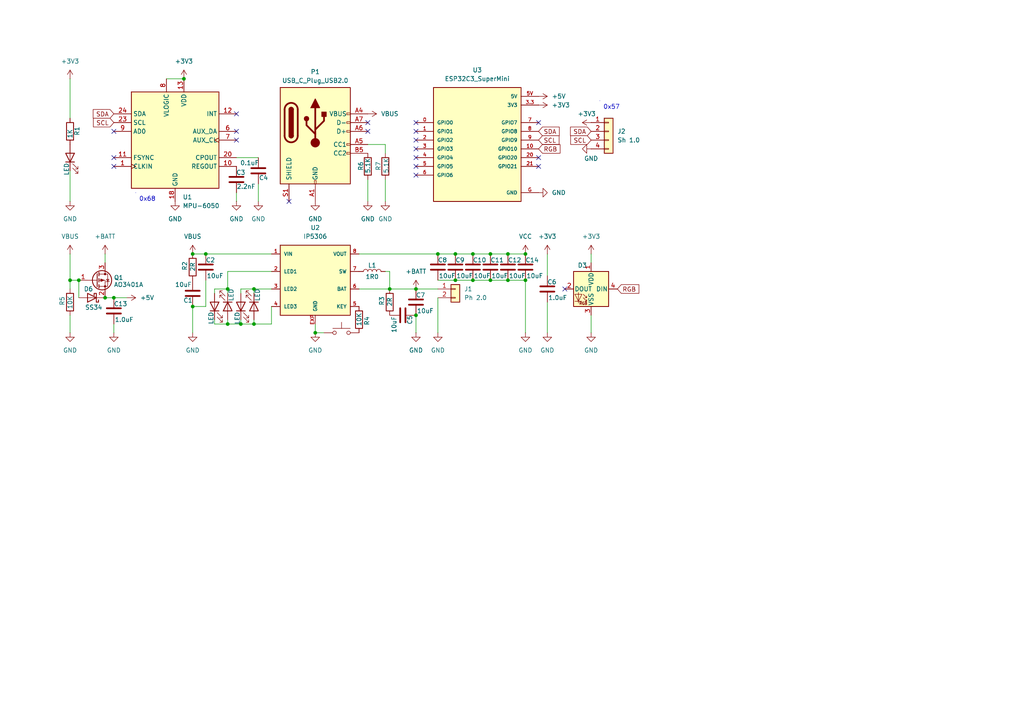
<source format=kicad_sch>
(kicad_sch (version 20231120) (generator "eeschema") (generator_version "8.0")
  (paper "A4")
  (lib_symbols
    (symbol "Connector:USB_C_Plug_USB2.0" (pin_names (offset 1.016))
      (property "Reference" "P1" (at 0 14.732 0))
      (property "Value" "USB_C_Plug_USB2.0" (at 0 12.192 0))
      (symbol "USB_C_Plug_USB2.0_0_0"
        (rectangle (start -0.254 -17.78) (end 0.254 -16.764))
        (rectangle (start 10.16 -8.636) (end 9.144 -9.144))
        (rectangle (start 10.16 -6.096) (end 9.144 -6.604))
        (rectangle (start 10.16 -2.286) (end 9.144 -2.794))
        (rectangle (start 10.16 0.254) (end 9.144 -0.254))
        (rectangle (start 10.16 2.794) (end 9.144 2.286))
      )
      (symbol "USB_C_Plug_USB2.0_0_1"
        (rectangle (start -10.16 10.16) (end 10.16 -17.78) (stroke (width 0.254)) (fill (type background)))
        (arc (start -8.89 -3.81) (mid -6.985 -5.7067) (end -5.08 -3.81) (stroke (width 0.508)))
        (arc (start -7.62 -3.81) (mid -6.985 -4.4423) (end -6.35 -3.81) (stroke (width 0.254)))
        (arc (start -7.62 -3.81) (mid -6.985 -4.4423) (end -6.35 -3.81) (stroke (width 0.254)) (fill (type outline)))
        (rectangle (start -7.62 -3.81) (end -6.35 3.81) (stroke (width 0.254)) (fill (type outline)))
        (arc (start -6.35 3.81) (mid -6.985 4.4423) (end -7.62 3.81) (stroke (width 0.254)))
        (arc (start -6.35 3.81) (mid -6.985 4.4423) (end -7.62 3.81) (stroke (width 0.254)) (fill (type outline)))
        (arc (start -5.08 3.81) (mid -6.985 5.7067) (end -8.89 3.81) (stroke (width 0.508)))
        (circle (center -2.54 1.143) (radius 0.635) (stroke (width 0.254)) (fill (type outline)))
        (circle (center 0 -5.842) (radius 1.27) (fill (type outline)))
        (polyline (pts (xy -8.89 -3.81) (xy -8.89 3.81)) (stroke (width 0.508)))
        (polyline (pts (xy -5.08 3.81) (xy -5.08 -3.81)) (stroke (width 0.508)))
        (polyline (pts (xy 0 -5.842) (xy 0 4.318)) (stroke (width 0.508)))
        (polyline (pts (xy 0 -3.302) (xy -2.54 -0.762) (xy -2.54 0.508)) (stroke (width 0.508)))
        (polyline (pts (xy 0 -2.032) (xy 2.54 0.508) (xy 2.54 1.778)) (stroke (width 0.508)))
        (polyline (pts (xy -1.27 4.318) (xy 0 6.858) (xy 1.27 4.318) (xy -1.27 4.318)) (stroke (width 0.254)) (fill (type outline)))
        (rectangle (start 1.905 1.778) (end 3.175 3.048) (stroke (width 0.254)) (fill (type outline)))
      )
      (symbol "USB_C_Plug_USB2.0_1_1"
        (pin passive line (at 0 -22.86 90) (length 5.08) (name "GND") (number "A1"))
        (pin passive line (at 0 -22.86 90) (length 5.08) hide (name "GND") (number "A12"))
        (pin passive line (at 15.24 2.54 180) (length 5.08) (name "VBUS") (number "A4"))
        (pin bidirectional line (at 15.24 -6.35 180) (length 5.08) (name "CC1") (number "A5"))
        (pin bidirectional line (at 15.24 -2.54 180) (length 5.08) (name "D+") (number "A6"))
        (pin bidirectional line (at 15.24 0 180) (length 5.08) (name "D-") (number "A7"))
        (pin passive line (at 15.24 2.54 180) (length 5.08) hide (name "VBUS") (number "A9"))
        (pin passive line (at 0 -22.86 90) (length 5.08) hide (name "GND") (number "B1"))
        (pin passive line (at 0 -22.86 90) (length 5.08) hide (name "GND") (number "B12"))
        (pin passive line (at 15.24 2.54 180) (length 5.08) hide (name "VBUS") (number "B4"))
        (pin bidirectional line (at 15.24 -8.89 180) (length 5.08) (name "CC2") (number "B5"))
        (pin passive line (at 15.24 2.54 180) (length 5.08) hide (name "VBUS") (number "B9"))
        (pin passive line (at -7.62 -22.86 90) (length 5.08) (name "SHIELD") (number "S1"))
      )
    )
    (symbol "Connector_Generic:Conn_01x02" (pin_names (offset 1.016) hide)
      (property "Reference" "J" (at 0 2.54 0))
      (property "Value" "Conn_01x02" (at 0 -5.08 0))
      (symbol "Conn_01x02_1_1"
        (rectangle (start -1.27 -2.413) (end 0 -2.667) (stroke (width 0.1524)))
        (rectangle (start -1.27 0.127) (end 0 -0.127) (stroke (width 0.1524)))
        (rectangle (start -1.27 1.27) (end 1.27 -3.81) (stroke (width 0.254)) (fill (type background)))
        (pin passive line (at -5.08 0 0) (length 3.81) (name "Pin_1") (number "1"))
        (pin passive line (at -5.08 -2.54 0) (length 3.81) (name "Pin_2") (number "2"))
      )
    )
    (symbol "Connector_Generic:Conn_01x04" (pin_names (offset 1.016) hide)
      (property "Reference" "J" (at 0 5.08 0))
      (property "Value" "Conn_01x04" (at 0 -7.62 0))
      (symbol "Conn_01x04_1_1"
        (rectangle (start -1.27 -4.953) (end 0 -5.207) (stroke (width 0.1524)))
        (rectangle (start -1.27 -2.413) (end 0 -2.667) (stroke (width 0.1524)))
        (rectangle (start -1.27 0.127) (end 0 -0.127) (stroke (width 0.1524)))
        (rectangle (start -1.27 2.667) (end 0 2.413) (stroke (width 0.1524)))
        (rectangle (start -1.27 3.81) (end 1.27 -6.35) (stroke (width 0.254)) (fill (type background)))
        (pin passive line (at -5.08 2.54 0) (length 3.81) (name "Pin_1") (number "1"))
        (pin passive line (at -5.08 0 0) (length 3.81) (name "Pin_2") (number "2"))
        (pin passive line (at -5.08 -2.54 0) (length 3.81) (name "Pin_3") (number "3"))
        (pin passive line (at -5.08 -5.08 0) (length 3.81) (name "Pin_4") (number "4"))
      )
    )
    (symbol "Custom:ESP32C3_SuperMini" (pin_names (offset 1.016))
      (property "Reference" "U" (at -12.7 16.002 0))
      (property "Value" "ESP32C3_SuperMini" (at -9.652 -20.32 0))
      (symbol "ESP32C3_SuperMini_0_0"
        (rectangle (start -12.7 -17.78) (end 12.7 15.24) (stroke (width 0.254)) (fill (type background)))
        (pin bidirectional line (at -17.78 5.08 0) (length 5.08) (name "GPIO0") (number "0"))
        (pin bidirectional line (at -17.78 2.54 0) (length 5.08) (name "GPIO1") (number "1"))
        (pin bidirectional line (at 17.78 -2.54 180) (length 5.08) (name "GPIO10") (number "10"))
        (pin bidirectional line (at -17.78 0 0) (length 5.08) (name "GPIO2") (number "2"))
        (pin bidirectional line (at 17.78 -5.08 180) (length 5.08) (name "GPIO20") (number "20"))
        (pin bidirectional line (at 17.78 -7.62 180) (length 5.08) (name "GPIO21") (number "21"))
        (pin bidirectional line (at -17.78 -2.54 0) (length 5.08) (name "GPIO3") (number "3"))
        (pin power_in line (at 17.78 10.16 180) (length 5.08) (name "3V3") (number "3.3"))
        (pin bidirectional line (at -17.78 -5.08 0) (length 5.08) (name "GPIO4") (number "4"))
        (pin bidirectional line (at -17.78 -7.62 0) (length 5.08) (name "GPIO5") (number "5"))
        (pin power_in line (at 17.78 12.7 180) (length 5.08) (name "5V") (number "5V"))
        (pin bidirectional line (at -17.78 -10.16 0) (length 5.08) (name "GPIO6") (number "6"))
        (pin bidirectional line (at 17.78 5.08 180) (length 5.08) (name "GPIO7") (number "7"))
        (pin bidirectional line (at 17.78 2.54 180) (length 5.08) (name "GPIO8") (number "8"))
        (pin bidirectional line (at 17.78 0 180) (length 5.08) (name "GPIO9") (number "9"))
        (pin power_in line (at 17.78 -15.24 180) (length 5.08) (name "GND") (number "G"))
      )
    )
    (symbol "Custom:IP5306" (pin_names (offset 1.016))
      (property "Reference" "U" (at -10.16 10.922 0))
      (property "Value" "IP5306" (at 2.54 -12.7 0))
      (symbol "IP5306_0_0"
        (rectangle (start -10.16 -10.16) (end 10.16 10.16) (stroke (width 0.254)) (fill (type background)))
        (pin bidirectional line (at -12.7 7.62 0) (length 2.54) (name "VIN") (number "1"))
        (pin bidirectional line (at -12.7 2.54 0) (length 2.54) (name "LED1") (number "2"))
        (pin bidirectional line (at -12.7 -2.54 0) (length 2.54) (name "LED2") (number "3"))
        (pin bidirectional line (at -12.7 -7.62 0) (length 2.54) (name "LED3") (number "4"))
        (pin bidirectional line (at 12.7 -7.62 180) (length 2.54) (name "KEY") (number "5"))
        (pin bidirectional line (at 12.7 -2.54 180) (length 2.54) (name "BAT") (number "6"))
        (pin bidirectional line (at 12.7 2.54 180) (length 2.54) (name "SW") (number "7"))
        (pin bidirectional line (at 12.7 7.62 180) (length 2.54) (name "VOUT") (number "8"))
        (pin bidirectional line (at 0 -12.7 90) (length 2.54) (name "GND") (number "EXP"))
      )
    )
    (symbol "Device:C" (pin_numbers hide) (pin_names (offset 0.254))
      (property "Reference" "C" (at 0.635 2.54 0))
      (property "Value" "C" (at 0.635 -2.54 0))
      (symbol "C_0_1"
        (polyline (pts (xy -2.032 -0.762) (xy 2.032 -0.762)) (stroke (width 0.508)))
        (polyline (pts (xy -2.032 0.762) (xy 2.032 0.762)) (stroke (width 0.508)))
      )
      (symbol "C_1_1"
        (pin passive line (at 0 3.81 270) (length 2.794) (name "~") (number "1"))
        (pin passive line (at 0 -3.81 90) (length 2.794) (name "~") (number "2"))
      )
    )
    (symbol "Device:L" (pin_numbers hide) (pin_names (offset 1.016) hide)
      (property "Reference" "L" (at -1.27 0 90))
      (property "Value" "L" (at 1.905 0 90))
      (symbol "L_0_1"
        (arc (start 0 -2.54) (mid 0.6323 -1.905) (end 0 -1.27))
        (arc (start 0 -1.27) (mid 0.6323 -0.635) (end 0 0))
        (arc (start 0 0) (mid 0.6323 0.635) (end 0 1.27))
        (arc (start 0 1.27) (mid 0.6323 1.905) (end 0 2.54))
      )
      (symbol "L_1_1"
        (pin passive line (at 0 3.81 270) (length 1.27) (name "1") (number "1"))
        (pin passive line (at 0 -3.81 90) (length 1.27) (name "2") (number "2"))
      )
    )
    (symbol "Device:LED" (pin_numbers hide) (pin_names (offset 1.016) hide)
      (property "Reference" "D" (at 0 2.54 0))
      (property "Value" "LED" (at 0 -2.54 0))
      (symbol "LED_0_1"
        (polyline (pts (xy -1.27 -1.27) (xy -1.27 1.27)) (stroke (width 0.254)))
        (polyline (pts (xy -1.27 0) (xy 1.27 0)))
        (polyline (pts (xy 1.27 -1.27) (xy 1.27 1.27) (xy -1.27 0) (xy 1.27 -1.27)) (stroke (width 0.254)))
        (polyline (pts (xy -3.048 -0.762) (xy -4.572 -2.286) (xy -3.81 -2.286) (xy -4.572 -2.286) (xy -4.572 -1.524)))
        (polyline (pts (xy -1.778 -0.762) (xy -3.302 -2.286) (xy -2.54 -2.286) (xy -3.302 -2.286) (xy -3.302 -1.524)))
      )
      (symbol "LED_1_1"
        (pin passive line (at -3.81 0 0) (length 2.54) (name "K") (number "1"))
        (pin passive line (at 3.81 0 180) (length 2.54) (name "A") (number "2"))
      )
    )
    (symbol "Device:R" (pin_numbers hide) (pin_names (offset 0))
      (property "Reference" "R" (at 2.032 0 90))
      (property "Value" "R" (at 0 0 90))
      (symbol "R_0_1"
        (rectangle (start -1.016 -2.54) (end 1.016 2.54) (stroke (width 0.254)))
      )
      (symbol "R_1_1"
        (pin passive line (at 0 3.81 270) (length 1.27) (name "~") (number "1"))
        (pin passive line (at 0 -3.81 90) (length 1.27) (name "~") (number "2"))
      )
    )
    (symbol "Diode:SS34" (pin_numbers hide) (pin_names (offset 1.016) hide)
      (property "Reference" "D" (at 0 2.54 0))
      (property "Value" "SS34" (at 0 -2.54 0))
      (symbol "SS34_0_1"
        (polyline (pts (xy 1.27 0) (xy -1.27 0)))
        (polyline (pts (xy 1.27 1.27) (xy 1.27 -1.27) (xy -1.27 0) (xy 1.27 1.27)) (stroke (width 0.254)))
        (polyline (pts (xy -1.905 0.635) (xy -1.905 1.27) (xy -1.27 1.27) (xy -1.27 -1.27) (xy -0.635 -1.27) (xy -0.635 -0.635)) (stroke (width 0.254)))
      )
      (symbol "SS34_1_1"
        (pin passive line (at -3.81 0 0) (length 2.54) (name "K") (number "1"))
        (pin passive line (at 3.81 0 180) (length 2.54) (name "A") (number "2"))
      )
    )
    (symbol "LED:WS2812B" (pin_names (offset 0.254))
      (property "Reference" "D" (at 5.08 5.715 0))
      (property "Value" "WS2812B" (at 1.27 -5.715 0))
      (symbol "WS2812B_0_0"
        (text "RGB" (at 2.286 -4.191 0) (effects (font (size 0.762 0.762))))
      )
      (symbol "WS2812B_0_1"
        (polyline (pts (xy 1.27 -3.556) (xy 1.778 -3.556)))
        (polyline (pts (xy 1.27 -2.54) (xy 1.778 -2.54)))
        (polyline (pts (xy 4.699 -3.556) (xy 2.667 -3.556)))
        (polyline (pts (xy 2.286 -2.54) (xy 1.27 -3.556) (xy 1.27 -3.048)))
        (polyline (pts (xy 2.286 -1.524) (xy 1.27 -2.54) (xy 1.27 -2.032)))
        (polyline (pts (xy 3.683 -1.016) (xy 3.683 -3.556) (xy 3.683 -4.064)))
        (polyline (pts (xy 4.699 -1.524) (xy 2.667 -1.524) (xy 3.683 -3.556) (xy 4.699 -1.524)))
        (rectangle (start 5.08 5.08) (end -5.08 -5.08) (stroke (width 0.254)) (fill (type background)))
      )
      (symbol "WS2812B_1_1"
        (pin power_in line (at 0 7.62 270) (length 2.54) (name "VDD") (number "1"))
        (pin output line (at 7.62 0 180) (length 2.54) (name "DOUT") (number "2"))
        (pin power_in line (at 0 -7.62 90) (length 2.54) (name "VSS") (number "3"))
        (pin input line (at -7.62 0 0) (length 2.54) (name "DIN") (number "4"))
      )
    )
    (symbol "Sensor_Motion:MPU-6050"
      (property "Reference" "U" (at -11.43 13.97 0))
      (property "Value" "MPU-6050" (at 7.62 -15.24 0))
      (symbol "MPU-6050_0_0"
        (text "" (at 12.7 -2.54 0) (effects (font (size 1.27 1.27))))
      )
      (symbol "MPU-6050_0_1"
        (rectangle (start -12.7 13.97) (end 12.7 -13.97) (stroke (width 0.254)) (fill (type background)))
      )
      (symbol "MPU-6050_1_1"
        (pin input clock (at -17.78 -7.62 0) (length 5.08) (name "CLKIN") (number "1"))
        (pin passive line (at 17.78 -7.62 180) (length 5.08) (name "REGOUT") (number "10"))
        (pin input line (at -17.78 -5.08 0) (length 5.08) (name "FSYNC") (number "11"))
        (pin output line (at 17.78 7.62 180) (length 5.08) (name "INT") (number "12"))
        (pin power_in line (at 2.54 17.78 270) (length 3.81) (name "VDD") (number "13"))
        (pin no_connect line (at -12.7 -10.16 0) (length 2.54) hide (name "NC") (number "14"))
        (pin no_connect line (at 12.7 12.7 180) (length 2.54) hide (name "NC") (number "15"))
        (pin no_connect line (at 12.7 10.16 180) (length 2.54) hide (name "NC") (number "16"))
        (pin no_connect line (at 12.7 5.08 180) (length 2.54) hide (name "NC") (number "17"))
        (pin power_in line (at 0 -17.78 90) (length 3.81) (name "GND") (number "18"))
        (pin no_connect line (at 12.7 -10.16 180) (length 2.54) hide (name "RESV") (number "19"))
        (pin no_connect line (at -12.7 12.7 0) (length 2.54) hide (name "NC") (number "2"))
        (pin passive line (at 17.78 -5.08 180) (length 5.08) (name "CPOUT") (number "20"))
        (pin no_connect line (at 12.7 -2.54 180) (length 2.54) hide (name "RESV") (number "21"))
        (pin no_connect line (at 12.7 -12.7 180) (length 2.54) hide (name "RESV") (number "22"))
        (pin input line (at -17.78 5.08 0) (length 5.08) (name "SCL") (number "23"))
        (pin bidirectional line (at -17.78 7.62 0) (length 5.08) (name "SDA") (number "24"))
        (pin no_connect line (at -12.7 10.16 0) (length 2.54) hide (name "NC") (number "3"))
        (pin no_connect line (at -12.7 0 0) (length 2.54) hide (name "NC") (number "4"))
        (pin no_connect line (at -12.7 -2.54 0) (length 2.54) hide (name "NC") (number "5"))
        (pin bidirectional line (at 17.78 2.54 180) (length 5.08) (name "AUX_DA") (number "6"))
        (pin output clock (at 17.78 0 180) (length 5.08) (name "AUX_CL") (number "7"))
        (pin power_in line (at -2.54 17.78 270) (length 3.81) (name "VLOGIC") (number "8"))
        (pin input line (at -17.78 2.54 0) (length 5.08) (name "AD0") (number "9"))
      )
    )
    (symbol "Switch:SW_Push" (pin_numbers hide) (pin_names (offset 1.016) hide)
      (property "Reference" "SW" (at 1.27 2.54 0))
      (property "Value" "SW_Push" (at 0 -1.524 0))
      (symbol "SW_Push_0_1"
        (circle (center -2.032 0) (radius 0.508))
        (polyline (pts (xy 0 1.27) (xy 0 3.048)))
        (polyline (pts (xy 2.54 1.27) (xy -2.54 1.27)))
        (circle (center 2.032 0) (radius 0.508))
        (pin passive line (at -5.08 0 0) (length 2.54) (name "1") (number "1"))
        (pin passive line (at 5.08 0 180) (length 2.54) (name "2") (number "2"))
      )
    )
    (symbol "Transistor_FET:AO3401A" (pin_names hide)
      (property "Reference" "Q" (at 5.08 1.905 0))
      (property "Value" "AO3401A" (at 5.08 0 0))
      (symbol "AO3401A_0_1"
        (polyline (pts (xy 0.254 0) (xy -2.54 0)))
        (polyline (pts (xy 0.254 1.905) (xy 0.254 -1.905)) (stroke (width 0.254)))
        (polyline (pts (xy 0.762 -1.27) (xy 0.762 -2.286)) (stroke (width 0.254)))
        (polyline (pts (xy 0.762 0.508) (xy 0.762 -0.508)) (stroke (width 0.254)))
        (polyline (pts (xy 0.762 2.286) (xy 0.762 1.27)) (stroke (width 0.254)))
        (polyline (pts (xy 2.54 2.54) (xy 2.54 1.778)))
        (polyline (pts (xy 2.54 -2.54) (xy 2.54 0) (xy 0.762 0)))
        (polyline (pts (xy 0.762 1.778) (xy 3.302 1.778) (xy 3.302 -1.778) (xy 0.762 -1.778)))
        (polyline (pts (xy 2.286 0) (xy 1.27 0.381) (xy 1.27 -0.381) (xy 2.286 0)) (fill (type outline)))
        (polyline (pts (xy 2.794 -0.508) (xy 2.921 -0.381) (xy 3.683 -0.381) (xy 3.81 -0.254)))
        (polyline (pts (xy 3.302 -0.381) (xy 2.921 0.254) (xy 3.683 0.254) (xy 3.302 -0.381)))
        (circle (center 1.651 0) (radius 2.794) (stroke (width 0.254)))
        (circle (center 2.54 -1.778) (radius 0.254) (fill (type outline)))
        (circle (center 2.54 1.778) (radius 0.254) (fill (type outline)))
      )
      (symbol "AO3401A_1_1"
        (pin input line (at -5.08 0 0) (length 2.54) (name "G") (number "1"))
        (pin passive line (at 2.54 -5.08 90) (length 2.54) (name "S") (number "2"))
        (pin passive line (at 2.54 5.08 270) (length 2.54) (name "D") (number "3"))
      )
    )
    (symbol "power:+3V3" (power) (pin_numbers hide) (pin_names (offset 0) hide)
      (property "Value" "+3V3" (at 0 3.556 0))
      (symbol "+3V3_0_1"
        (polyline (pts (xy -0.762 1.27) (xy 0 2.54)))
        (polyline (pts (xy 0 0) (xy 0 2.54)))
        (polyline (pts (xy 0 2.54) (xy 0.762 1.27)))
      )
      (symbol "+3V3_1_1"
        (pin power_in line (at 0 0 90) (length 0) (name "~") (number "1"))
      )
    )
    (symbol "power:+5V" (power) (pin_numbers hide) (pin_names (offset 0) hide)
      (property "Value" "+5V" (at 0 3.556 0))
      (symbol "+5V_0_1"
        (polyline (pts (xy -0.762 1.27) (xy 0 2.54)))
        (polyline (pts (xy 0 0) (xy 0 2.54)))
        (polyline (pts (xy 0 2.54) (xy 0.762 1.27)))
      )
      (symbol "+5V_1_1"
        (pin power_in line (at 0 0 90) (length 0) (name "~") (number "1"))
      )
    )
    (symbol "power:+BATT" (power) (pin_numbers hide) (pin_names (offset 0) hide)
      (property "Value" "+BATT" (at 0 3.556 0))
      (symbol "+BATT_0_1"
        (polyline (pts (xy -0.762 1.27) (xy 0 2.54)))
        (polyline (pts (xy 0 0) (xy 0 2.54)))
        (polyline (pts (xy 0 2.54) (xy 0.762 1.27)))
      )
      (symbol "+BATT_1_1"
        (pin power_in line (at 0 0 90) (length 0) (name "~") (number "1"))
      )
    )
    (symbol "power:GND" (power) (pin_numbers hide) (pin_names (offset 0) hide)
      (property "Value" "GND" (at 0 -3.81 0))
      (symbol "GND_0_1"
        (polyline (pts (xy 0 0) (xy 0 -1.27) (xy 1.27 -1.27) (xy 0 -2.54) (xy -1.27 -1.27) (xy 0 -1.27)))
      )
      (symbol "GND_1_1"
        (pin power_in line (at 0 0 270) (length 0) (name "~") (number "1"))
      )
    )
    (symbol "power:VBUS" (power) (pin_numbers hide) (pin_names (offset 0) hide)
      (property "Value" "VBUS" (at 0 3.556 0))
      (symbol "VBUS_0_1"
        (polyline (pts (xy -0.762 1.27) (xy 0 2.54)))
        (polyline (pts (xy 0 0) (xy 0 2.54)))
        (polyline (pts (xy 0 2.54) (xy 0.762 1.27)))
      )
      (symbol "VBUS_1_1"
        (pin power_in line (at 0 0 90) (length 0) (name "~") (number "1"))
      )
    )
    (symbol "power:VCC" (power) (pin_numbers hide) (pin_names (offset 0) hide)
      (property "Value" "VCC" (at 0 3.556 0))
      (symbol "VCC_0_1"
        (polyline (pts (xy -0.762 1.27) (xy 0 2.54)))
        (polyline (pts (xy 0 0) (xy 0 2.54)))
        (polyline (pts (xy 0 2.54) (xy 0.762 1.27)))
      )
      (symbol "VCC_1_1"
        (pin power_in line (at 0 0 90) (length 0) (name "~") (number "1"))
      )
    )
  )
  (junction (at 69.85 93.98))
  (junction (at 59.69 73.66))
  (junction (at 147.32 81.28))
  (junction (at 152.4 81.28))
  (junction (at 113.03 83.82))
  (junction (at 30.48 86.36))
  (junction (at 66.04 83.82))
  (junction (at 152.4 73.66))
  (junction (at 33.02 86.36))
  (junction (at 73.66 93.98))
  (junction (at 142.24 81.28))
  (junction (at 53.34 22.86))
  (junction (at 137.16 73.66))
  (junction (at 55.88 73.66))
  (junction (at 91.44 96.52))
  (junction (at 120.65 91.44))
  (junction (at 66.04 93.98))
  (junction (at 132.08 73.66))
  (junction (at 127 73.66))
  (junction (at 73.66 83.82))
  (junction (at 120.65 83.82))
  (junction (at 132.08 81.28))
  (junction (at 137.16 81.28))
  (junction (at 147.32 73.66))
  (junction (at 20.32 81.28))
  (junction (at 142.24 73.66))
  (junction (at 55.88 88.9))
  (junction (at 22.86 81.28))
  (no_connect (at 106.68 38.1))
  (no_connect (at 120.65 48.26))
  (no_connect (at 156.21 48.26))
  (no_connect (at 33.02 45.72))
  (no_connect (at 68.58 33.02))
  (no_connect (at 68.58 38.1))
  (no_connect (at 120.65 35.56))
  (no_connect (at 120.65 38.1))
  (no_connect (at 33.02 38.1))
  (no_connect (at 156.21 45.72))
  (no_connect (at 156.21 35.56))
  (no_connect (at 83.82 58.42))
  (no_connect (at 163.83 83.82))
  (no_connect (at 120.65 45.72))
  (no_connect (at 106.68 35.56))
  (no_connect (at 120.65 50.8))
  (no_connect (at 120.65 40.64))
  (no_connect (at 120.65 43.18))
  (no_connect (at 33.02 48.26))
  (no_connect (at 68.58 40.64))
  (wire (pts (xy 62.23 93.98) (xy 66.04 93.98)))
  (wire (pts (xy 142.24 81.28) (xy 147.32 81.28)))
  (wire (pts (xy 20.32 73.66) (xy 20.32 81.28)))
  (wire (pts (xy 69.85 85.09) (xy 69.85 83.82)))
  (wire (pts (xy 69.85 83.82) (xy 73.66 83.82)))
  (wire (pts (xy 22.86 81.28) (xy 22.86 86.36)))
  (wire (pts (xy 113.03 83.82) (xy 120.65 83.82)))
  (wire (pts (xy 69.85 93.98) (xy 66.04 93.98)))
  (wire (pts (xy 78.74 78.74) (xy 66.04 78.74)))
  (wire (pts (xy 132.08 81.28) (xy 137.16 81.28)))
  (wire (pts (xy 158.75 87.63) (xy 158.75 96.52)))
  (wire (pts (xy 73.66 93.98) (xy 69.85 93.98)))
  (wire (pts (xy 78.74 93.98) (xy 73.66 93.98)))
  (wire (pts (xy 30.48 73.66) (xy 30.48 76.2)))
  (wire (pts (xy 106.68 52.07) (xy 106.68 58.42)))
  (wire (pts (xy 20.32 83.82) (xy 20.32 81.28)))
  (wire (pts (xy 152.4 96.52) (xy 152.4 81.28)))
  (wire (pts (xy 120.65 83.82) (xy 127 83.82)))
  (wire (pts (xy 20.32 96.52) (xy 20.32 91.44)))
  (wire (pts (xy 147.32 81.28) (xy 152.4 81.28)))
  (wire (pts (xy 59.69 73.66) (xy 78.74 73.66)))
  (wire (pts (xy 111.76 78.74) (xy 113.03 78.74)))
  (wire (pts (xy 73.66 83.82) (xy 78.74 83.82)))
  (wire (pts (xy 120.65 96.52) (xy 120.65 91.44)))
  (wire (pts (xy 66.04 83.82) (xy 66.04 85.09)))
  (wire (pts (xy 127 73.66) (xy 132.08 73.66)))
  (wire (pts (xy 91.44 96.52) (xy 91.44 93.98)))
  (wire (pts (xy 111.76 41.91) (xy 106.68 41.91)))
  (wire (pts (xy 73.66 92.71) (xy 73.66 93.98)))
  (wire (pts (xy 104.14 73.66) (xy 127 73.66)))
  (wire (pts (xy 20.32 22.86) (xy 20.32 34.29)))
  (wire (pts (xy 55.88 96.52) (xy 55.88 88.9)))
  (wire (pts (xy 48.26 22.86) (xy 53.34 22.86)))
  (wire (pts (xy 62.23 92.71) (xy 62.23 93.98)))
  (wire (pts (xy 171.45 91.44) (xy 171.45 96.52)))
  (wire (pts (xy 62.23 85.09) (xy 62.23 83.82)))
  (wire (pts (xy 66.04 78.74) (xy 66.04 83.82)))
  (wire (pts (xy 30.48 86.36) (xy 33.02 86.36)))
  (wire (pts (xy 62.23 83.82) (xy 66.04 83.82)))
  (wire (pts (xy 137.16 73.66) (xy 142.24 73.66)))
  (wire (pts (xy 158.75 73.66) (xy 158.75 80.01)))
  (wire (pts (xy 127 96.52) (xy 127 86.36)))
  (wire (pts (xy 20.32 81.28) (xy 22.86 81.28)))
  (wire (pts (xy 142.24 73.66) (xy 147.32 73.66)))
  (wire (pts (xy 111.76 44.45) (xy 111.76 41.91)))
  (wire (pts (xy 33.02 96.52) (xy 33.02 93.98)))
  (wire (pts (xy 111.76 58.42) (xy 111.76 52.07)))
  (wire (pts (xy 74.93 45.72) (xy 68.58 45.72)))
  (wire (pts (xy 20.32 58.42) (xy 20.32 49.53)))
  (wire (pts (xy 78.74 88.9) (xy 78.74 93.98)))
  (wire (pts (xy 73.66 83.82) (xy 73.66 85.09)))
  (wire (pts (xy 74.93 58.42) (xy 74.93 53.34)))
  (wire (pts (xy 137.16 81.28) (xy 142.24 81.28)))
  (wire (pts (xy 171.45 73.66) (xy 171.45 76.2)))
  (wire (pts (xy 69.85 92.71) (xy 69.85 93.98)))
  (wire (pts (xy 59.69 88.9) (xy 55.88 88.9)))
  (wire (pts (xy 104.14 83.82) (xy 113.03 83.82)))
  (wire (pts (xy 127 81.28) (xy 132.08 81.28)))
  (wire (pts (xy 132.08 73.66) (xy 137.16 73.66)))
  (wire (pts (xy 91.44 96.52) (xy 93.98 96.52)))
  (wire (pts (xy 147.32 73.66) (xy 152.4 73.66)))
  (wire (pts (xy 66.04 93.98) (xy 66.04 92.71)))
  (wire (pts (xy 55.88 73.66) (xy 59.69 73.66)))
  (wire (pts (xy 113.03 78.74) (xy 113.03 83.82)))
  (wire (pts (xy 36.83 86.36) (xy 33.02 86.36)))
  (wire (pts (xy 68.58 58.42) (xy 68.58 55.88)))
  (wire (pts (xy 59.69 81.28) (xy 59.69 88.9)))
  (text_box "0x57" (at 173.99 29.21 0) (size 0 0) (effects (font (size 1.27 1.27)) (justify left top)))
  (text_box "0x68" (at 39.37 55.88 0) (size 0 0) (effects (font (size 1.27 1.27)) (justify left top)))
  (global_label "SDA" (shape input) (at 171.45 38.1 180) (property "Intersheetrefs" "${INTERSHEET_REFS}" (effects (hide yes))))
  (global_label "SCL" (shape input) (at 33.02 35.56 180) (property "Intersheetrefs" "${INTERSHEET_REFS}" (effects (hide yes))))
  (global_label "SDA" (shape input) (at 156.21 38.1 0) (property "Intersheetrefs" "${INTERSHEET_REFS}" (effects (hide yes))))
  (global_label "SDA" (shape input) (at 33.02 33.02 180) (property "Intersheetrefs" "${INTERSHEET_REFS}" (effects (hide yes))))
  (global_label "RGB" (shape input) (at 179.07 83.82 0) (property "Intersheetrefs" "${INTERSHEET_REFS}" (effects (hide yes))))
  (global_label "RGB" (shape input) (at 156.21 43.18 0) (property "Intersheetrefs" "${INTERSHEET_REFS}" (effects (hide yes))))
  (global_label "SCL" (shape input) (at 171.45 40.64 180) (property "Intersheetrefs" "${INTERSHEET_REFS}" (effects (hide yes))))
  (global_label "SCL" (shape input) (at 156.21 40.64 0) (property "Intersheetrefs" "${INTERSHEET_REFS}" (effects (hide yes))))
  (symbol (lib_id "Device:C") (at 137.16 77.47 0) (unit 1)
    (property "Reference" "C10" (at 137.16 75.438 0) (effects (justify left)))
    (property "Value" "10uF" (at 137.414 80.01 0) (effects (justify left)))
    (property "Footprint" "Capacitor_SMD:C_0402_1005Metric_Pad0.74x0.62mm_HandSolder" (effects (hide yes)))
    (property "Description" "Unpolarized capacitor" (effects (hide yes)))
  )
  (symbol (lib_id "power:VBUS") (at 106.68 33.02 270) (unit 1)
    (property "Reference" "#PWR031" (effects (hide yes)))
    (property "Value" "VBUS" (at 110.49 33.0199 90) (effects (justify left)))
    (property "Description" "Power symbol creates a global label with name \"VBUS\"" (effects (hide yes)))
  )
  (symbol (lib_id "Device:LED") (at 66.04 88.9 270) (unit 1)
    (property "Reference" "D4" (effects (hide yes)))
    (property "Value" "LED" (at 67.056 87.376 0) (effects (justify right)))
    (property "Footprint" "LED_SMD:LED_0402_1005Metric_Pad0.77x0.64mm_HandSolder" (effects (hide yes)))
    (property "Description" "Light emitting diode" (effects (hide yes)))
  )
  (symbol (lib_id "Sensor_Motion:MPU-6050") (at 50.8 40.64 0) (unit 1)
    (property "Reference" "U1" (at 52.9941 57.15 0) (effects (justify left)))
    (property "Value" "MPU-6050" (at 52.9941 59.69 0) (effects (justify left)))
    (property "Footprint" "Sensor_Motion:InvenSense_QFN-24_4x4mm_P0.5mm" (effects (hide yes)))
    (property "Datasheet" "https://invensense.tdk.com/wp-content/uploads/2015/02/MPU-6000-Datasheet1.pdf" (effects (hide yes)))
    (property "Description" "InvenSense 6-Axis Motion Sensor, Gyroscope, Accelerometer, I2C" (effects (hide yes)))
  )
  (symbol (lib_id "power:GND") (at 20.32 58.42 0) (unit 1)
    (property "Reference" "#PWR02" (effects (hide yes)))
    (property "Value" "GND" (at 20.32 63.5 0))
    (property "Description" "Power symbol creates a global label with name \"GND\" , ground" (effects (hide yes)))
  )
  (symbol (lib_id "power:VCC") (at 152.4 73.66 0) (unit 1)
    (property "Reference" "#PWR020" (effects (hide yes)))
    (property "Value" "VCC" (at 152.4 68.58 0))
    (property "Description" "Power symbol creates a global label with name \"VCC\"" (effects (hide yes)))
  )
  (symbol (lib_id "power:GND") (at 55.88 96.52 0) (unit 1)
    (property "Reference" "#PWR04" (effects (hide yes)))
    (property "Value" "GND" (at 55.88 101.6 0))
    (property "Description" "Power symbol creates a global label with name \"GND\" , ground" (effects (hide yes)))
  )
  (symbol (lib_id "Device:LED") (at 69.85 88.9 90) (unit 1)
    (property "Reference" "D5" (effects (hide yes)))
    (property "Value" "LED" (at 68.834 90.424 0) (effects (justify right)))
    (property "Footprint" "LED_SMD:LED_0402_1005Metric_Pad0.77x0.64mm_HandSolder" (effects (hide yes)))
    (property "Description" "Light emitting diode" (effects (hide yes)))
  )
  (symbol (lib_id "Device:C") (at 55.88 85.09 180) (unit 1)
    (property "Reference" "C1" (at 55.88 87.122 0) (effects (justify left)))
    (property "Value" "10uF" (at 55.626 82.55 0) (effects (justify left)))
    (property "Footprint" "Capacitor_SMD:C_0402_1005Metric_Pad0.74x0.62mm_HandSolder" (effects (hide yes)))
    (property "Description" "Unpolarized capacitor" (effects (hide yes)))
  )
  (symbol (lib_id "Device:LED") (at 73.66 88.9 270) (unit 1)
    (property "Reference" "D7" (effects (hide yes)))
    (property "Value" "LED" (at 74.676 87.376 0) (effects (justify right)))
    (property "Footprint" "LED_SMD:LED_0402_1005Metric_Pad0.77x0.64mm_HandSolder" (effects (hide yes)))
    (property "Description" "Light emitting diode" (effects (hide yes)))
  )
  (symbol (lib_id "Connector_Generic:Conn_01x04") (at 176.53 38.1 0) (unit 1)
    (property "Reference" "J2" (at 179.07 38.0999 0) (effects (justify left)))
    (property "Value" "Sh 1.0" (at 179.07 40.6399 0) (effects (justify left)))
    (property "Footprint" "Connector_JST:JST_SH_SM04B-SRSS-TB_1x04-1MP_P1.00mm_Horizontal" (effects (hide yes)))
    (property "Description" "Generic connector, single row, 01x04, script generated (kicad-library-utils/schlib/autogen/connector/)" (effects (hide yes)))
  )
  (symbol (lib_id "power:GND") (at 120.65 96.52 0) (unit 1)
    (property "Reference" "#PWR010" (effects (hide yes)))
    (property "Value" "GND" (at 120.65 101.6 0))
    (property "Description" "Power symbol creates a global label with name \"GND\" , ground" (effects (hide yes)))
  )
  (symbol (lib_id "Device:C") (at 33.02 90.17 0) (unit 1)
    (property "Reference" "C13" (at 33.02 88.138 0) (effects (justify left)))
    (property "Value" "1.0uF" (at 33.274 92.71 0) (effects (justify left)))
    (property "Footprint" "Capacitor_SMD:C_0402_1005Metric_Pad0.74x0.62mm_HandSolder" (effects (hide yes)))
    (property "Description" "Unpolarized capacitor" (effects (hide yes)))
  )
  (symbol (lib_id "Device:LED") (at 62.23 88.9 90) (unit 1)
    (property "Reference" "D2" (effects (hide yes)))
    (property "Value" "LED" (at 61.214 90.424 0) (effects (justify right)))
    (property "Footprint" "LED_SMD:LED_0402_1005Metric_Pad0.77x0.64mm_HandSolder" (effects (hide yes)))
    (property "Description" "Light emitting diode" (effects (hide yes)))
  )
  (symbol (lib_id "power:GND") (at 158.75 96.52 0) (unit 1)
    (property "Reference" "#PWR037" (effects (hide yes)))
    (property "Value" "GND" (at 158.75 101.6 0))
    (property "Description" "Power symbol creates a global label with name \"GND\" , ground" (effects (hide yes)))
  )
  (symbol (lib_id "Device:R") (at 20.32 38.1 0) (unit 1)
    (property "Reference" "R1" (at 22.352 39.37 90) (effects (justify left)))
    (property "Value" "1K" (at 20.32 40.132 90) (effects (justify left)))
    (property "Footprint" "Resistor_SMD:R_0402_1005Metric_Pad0.72x0.64mm_HandSolder" (effects (hide yes)))
    (property "Description" "Resistor" (effects (hide yes)))
  )
  (symbol (lib_id "power:+3V3") (at 158.75 73.66 0) (mirror y) (unit 1)
    (property "Reference" "#PWR036" (effects (hide yes)))
    (property "Value" "+3V3" (at 158.75 68.58 0))
    (property "Description" "Power symbol creates a global label with name \"+3V3\"" (effects (hide yes)))
  )
  (symbol (lib_id "power:VBUS") (at 55.88 73.66 0) (unit 1)
    (property "Reference" "#PWR09" (effects (hide yes)))
    (property "Value" "VBUS" (at 55.88 68.58 0))
    (property "Description" "Power symbol creates a global label with name \"VBUS\"" (effects (hide yes)))
  )
  (symbol (lib_id "power:+3V3") (at 156.21 30.48 270) (unit 1)
    (property "Reference" "#PWR016" (effects (hide yes)))
    (property "Value" "+3V3" (at 160.02 30.4799 90) (effects (justify left)))
    (property "Description" "Power symbol creates a global label with name \"+3V3\"" (effects (hide yes)))
  )
  (symbol (lib_id "Device:C") (at 116.84 91.44 270) (unit 1)
    (property "Reference" "C5" (at 118.872 91.44 0) (effects (justify left)))
    (property "Value" "10uF" (at 114.3 91.694 0) (effects (justify left)))
    (property "Footprint" "Capacitor_SMD:C_0402_1005Metric_Pad0.74x0.62mm_HandSolder" (effects (hide yes)))
    (property "Description" "Unpolarized capacitor" (effects (hide yes)))
  )
  (symbol (lib_id "Device:C") (at 142.24 77.47 0) (unit 1)
    (property "Reference" "C11" (at 142.24 75.438 0) (effects (justify left)))
    (property "Value" "10uF" (at 142.494 80.01 0) (effects (justify left)))
    (property "Footprint" "Capacitor_SMD:C_0402_1005Metric_Pad0.74x0.62mm_HandSolder" (effects (hide yes)))
    (property "Description" "Unpolarized capacitor" (effects (hide yes)))
  )
  (symbol (lib_id "Device:R") (at 111.76 48.26 0) (unit 1)
    (property "Reference" "R7" (at 109.728 49.53 90) (effects (justify left)))
    (property "Value" "5.1K" (at 112.014 50.292 90) (effects (justify left)))
    (property "Footprint" "Resistor_SMD:R_0402_1005Metric_Pad0.72x0.64mm_HandSolder" (effects (hide yes)))
    (property "Description" "Resistor" (effects (hide yes)))
  )
  (symbol (lib_id "Switch:SW_Push") (at 99.06 96.52 0) (unit 1)
    (property "Reference" "SW1" (effects (hide yes)))
    (property "Value" "SW_Push" (effects (hide yes)))
    (property "Description" "Push button switch, generic, two pins" (effects (hide yes)))
  )
  (symbol (lib_id "Device:C") (at 68.58 52.07 180) (unit 1)
    (property "Reference" "C3" (at 69.85 50.038 0))
    (property "Value" "2.2nF" (at 71.374 54.102 0))
    (property "Footprint" "Capacitor_SMD:C_0402_1005Metric_Pad0.74x0.62mm_HandSolder" (effects (hide yes)))
    (property "Description" "Unpolarized capacitor" (effects (hide yes)))
  )
  (symbol (lib_id "power:+5V") (at 36.83 86.36 270) (unit 1)
    (property "Reference" "#PWR014" (effects (hide yes)))
    (property "Value" "+5V" (at 40.64 86.3599 90) (effects (justify left)))
    (property "Description" "Power symbol creates a global label with name \"+5V\"" (effects (hide yes)))
  )
  (symbol (lib_id "power:GND") (at 33.02 96.52 0) (unit 1)
    (property "Reference" "#PWR025" (effects (hide yes)))
    (property "Value" "GND" (at 33.02 101.6 0))
    (property "Description" "Power symbol creates a global label with name \"GND\" , ground" (effects (hide yes)))
  )
  (symbol (lib_id "Device:C") (at 132.08 77.47 0) (unit 1)
    (property "Reference" "C9" (at 132.08 75.438 0) (effects (justify left)))
    (property "Value" "10uF" (at 132.334 80.01 0) (effects (justify left)))
    (property "Footprint" "Capacitor_SMD:C_0402_1005Metric_Pad0.74x0.62mm_HandSolder" (effects (hide yes)))
    (property "Description" "Unpolarized capacitor" (effects (hide yes)))
  )
  (symbol (lib_id "Diode:SS34") (at 26.67 86.36 180) (unit 1)
    (property "Reference" "D6" (at 25.654 83.82 0))
    (property "Value" "SS34" (at 27.178 89.154 0))
    (property "Footprint" "Diode_SMD:D_SMA" (effects (hide yes)))
    (property "Datasheet" "https://www.vishay.com/docs/88751/ss32.pdf" (effects (hide yes)))
    (property "Description" "40V 3A Schottky Diode, SMA" (effects (hide yes)))
  )
  (symbol (lib_id "LED:WS2812B") (at 171.45 83.82 0) (mirror y) (unit 1)
    (property "Reference" "D3" (at 168.91 76.962 0))
    (property "Value" "WS2812B" (effects (hide yes)))
    (property "Footprint" "LED_SMD:LED_WS2812B_PLCC4_5.0x5.0mm_P3.2mm" (effects (hide yes)))
    (property "Datasheet" "https://cdn-shop.adafruit.com/datasheets/WS2812B.pdf" (effects (hide yes)))
    (property "Description" "RGB LED with integrated controller" (effects (hide yes)))
  )
  (symbol (lib_id "power:+3V3") (at 53.34 22.86 0) (unit 1)
    (property "Reference" "#PWR06" (effects (hide yes)))
    (property "Value" "+3V3" (at 53.34 17.78 0))
    (property "Description" "Power symbol creates a global label with name \"+3V3\"" (effects (hide yes)))
  )
  (symbol (lib_id "power:GND") (at 127 96.52 0) (unit 1)
    (property "Reference" "#PWR013" (effects (hide yes)))
    (property "Value" "GND" (at 127 101.6 0))
    (property "Description" "Power symbol creates a global label with name \"GND\" , ground" (effects (hide yes)))
  )
  (symbol (lib_id "Device:R") (at 104.14 92.71 180) (unit 1)
    (property "Reference" "R4" (at 106.426 91.694 90) (effects (justify left)))
    (property "Value" "10K" (at 104.14 90.678 90) (effects (justify left)))
    (property "Footprint" "Resistor_SMD:R_0402_1005Metric_Pad0.72x0.64mm_HandSolder" (effects (hide yes)))
    (property "Description" "Resistor" (effects (hide yes)))
  )
  (symbol (lib_id "Device:C") (at 152.4 77.47 0) (unit 1)
    (property "Reference" "C14" (at 152.4 75.438 0) (effects (justify left)))
    (property "Value" "10uF" (at 152.654 80.01 0) (effects (justify left)))
    (property "Footprint" "Capacitor_SMD:C_0402_1005Metric_Pad0.74x0.62mm_HandSolder" (effects (hide yes)))
    (property "Description" "Unpolarized capacitor" (effects (hide yes)))
  )
  (symbol (lib_id "power:GND") (at 91.44 96.52 0) (unit 1)
    (property "Reference" "#PWR03" (effects (hide yes)))
    (property "Value" "GND" (at 91.44 101.6 0))
    (property "Description" "Power symbol creates a global label with name \"GND\" , ground" (effects (hide yes)))
  )
  (symbol (lib_id "power:GND") (at 20.32 96.52 0) (unit 1)
    (property "Reference" "#PWR024" (effects (hide yes)))
    (property "Value" "GND" (at 20.32 101.6 0))
    (property "Description" "Power symbol creates a global label with name \"GND\" , ground" (effects (hide yes)))
  )
  (symbol (lib_id "power:GND") (at 68.58 58.42 0) (unit 1)
    (property "Reference" "#PWR07" (effects (hide yes)))
    (property "Value" "GND" (at 68.58 63.5 0))
    (property "Description" "Power symbol creates a global label with name \"GND\" , ground" (effects (hide yes)))
  )
  (symbol (lib_id "Device:C") (at 127 77.47 0) (unit 1)
    (property "Reference" "C8" (at 127 75.438 0) (effects (justify left)))
    (property "Value" "10uF" (at 127.254 80.01 0) (effects (justify left)))
    (property "Footprint" "Capacitor_SMD:C_0402_1005Metric_Pad0.74x0.62mm_HandSolder" (effects (hide yes)))
    (property "Description" "Unpolarized capacitor" (effects (hide yes)))
  )
  (symbol (lib_id "power:+BATT") (at 30.48 73.66 0) (unit 1)
    (property "Reference" "#PWR022" (effects (hide yes)))
    (property "Value" "+BATT" (at 30.48 68.58 0))
    (property "Description" "Power symbol creates a global label with name \"+BATT\"" (effects (hide yes)))
  )
  (symbol (lib_id "power:GND") (at 156.21 55.88 90) (unit 1)
    (property "Reference" "#PWR017" (effects (hide yes)))
    (property "Value" "GND" (at 160.02 55.8799 90) (effects (justify right)))
    (property "Description" "Power symbol creates a global label with name \"GND\" , ground" (effects (hide yes)))
  )
  (symbol (lib_id "Device:L") (at 107.95 78.74 90) (unit 1)
    (property "Reference" "L1" (at 107.95 76.962 90))
    (property "Value" "1R0" (at 107.95 80.264 90))
    (property "Description" "Inductor" (effects (hide yes)))
  )
  (symbol (lib_id "Device:C") (at 147.32 77.47 0) (unit 1)
    (property "Reference" "C12" (at 147.32 75.438 0) (effects (justify left)))
    (property "Value" "10uF" (at 147.574 80.01 0) (effects (justify left)))
    (property "Footprint" "Capacitor_SMD:C_0402_1005Metric_Pad0.74x0.62mm_HandSolder" (effects (hide yes)))
    (property "Description" "Unpolarized capacitor" (effects (hide yes)))
  )
  (symbol (lib_id "Custom:IP5306") (at 91.44 81.28 0) (unit 1)
    (property "Reference" "U2" (at 91.44 66.04 0))
    (property "Value" "IP5306" (at 91.44 68.58 0))
    (property "Footprint" "IP5306:SOP8-P" (effects (hide yes)))
    (property "MF" "NXP USA Inc." (effects (hide yes)))
    (property "Description_1" "\n                        \n                            RC (Pi) EMI Filter 2nd Order Low Pass 2 Channel R = 2.2kOhms, C = 1700pF  8-UFBGA, WLCSP\n                        \n" (effects (hide yes)))
    (property "Package" "UFBGA-8 NXP Semiconductors" (effects (hide yes)))
    (property "Price" "None" (effects (hide yes)))
    (property "SnapEDA_Link" "https://www.snapeda.com/parts/IP5306/NXP+Semiconductors/view-part/?ref=snap" (effects (hide yes)))
    (property "MP" "IP5306" (effects (hide yes)))
    (property "Availability" "Not in stock" (effects (hide yes)))
    (property "Check_prices" "https://www.snapeda.com/parts/IP5306/NXP+Semiconductors/view-part/?ref=eda" (effects (hide yes)))
  )
  (symbol (lib_id "power:GND") (at 171.45 96.52 0) (mirror y) (unit 1)
    (property "Reference" "#PWR021" (effects (hide yes)))
    (property "Value" "GND" (at 171.45 101.6 0))
    (property "Description" "Power symbol creates a global label with name \"GND\" , ground" (effects (hide yes)))
  )
  (symbol (lib_id "power:+3V3") (at 171.45 35.56 90) (mirror x) (unit 1)
    (property "Reference" "#PWR018" (effects (hide yes)))
    (property "Value" "+3V3" (at 170.18 33.02 90))
    (property "Description" "Power symbol creates a global label with name \"+3V3\"" (effects (hide yes)))
  )
  (symbol (lib_id "power:+3V3") (at 20.32 22.86 0) (unit 1)
    (property "Reference" "#PWR01" (effects (hide yes)))
    (property "Value" "+3V3" (at 20.32 17.78 0))
    (property "Description" "Power symbol creates a global label with name \"+3V3\"" (effects (hide yes)))
  )
  (symbol (lib_id "power:GND") (at 91.44 58.42 0) (unit 1)
    (property "Reference" "#PWR027" (effects (hide yes)))
    (property "Value" "GND" (at 91.44 63.5 0))
    (property "Description" "Power symbol creates a global label with name \"GND\" , ground" (effects (hide yes)))
  )
  (symbol (lib_id "power:+BATT") (at 120.65 83.82 0) (unit 1)
    (property "Reference" "#PWR011" (effects (hide yes)))
    (property "Value" "+BATT" (at 120.65 78.74 0))
    (property "Description" "Power symbol creates a global label with name \"+BATT\"" (effects (hide yes)))
  )
  (symbol (lib_id "power:GND") (at 171.45 43.18 270) (unit 1)
    (property "Reference" "#PWR019" (effects (hide yes)))
    (property "Value" "GND" (at 171.45 45.974 90))
    (property "Description" "Power symbol creates a global label with name \"GND\" , ground" (effects (hide yes)))
  )
  (symbol (lib_id "Device:R") (at 20.32 87.63 0) (unit 1)
    (property "Reference" "R5" (at 18.034 88.646 90) (effects (justify left)))
    (property "Value" "10K" (at 20.32 89.662 90) (effects (justify left)))
    (property "Footprint" "Resistor_SMD:R_0402_1005Metric_Pad0.72x0.64mm_HandSolder" (effects (hide yes)))
    (property "Description" "Resistor" (effects (hide yes)))
  )
  (symbol (lib_id "Device:C") (at 74.93 49.53 0) (unit 1)
    (property "Reference" "C4" (at 76.454 51.562 0))
    (property "Value" "0.1uF" (at 72.39 47.244 0))
    (property "Footprint" "Capacitor_SMD:C_0402_1005Metric_Pad0.74x0.62mm_HandSolder" (effects (hide yes)))
    (property "Description" "Unpolarized capacitor" (effects (hide yes)))
  )
  (symbol (lib_id "Device:LED") (at 20.32 45.72 90) (unit 1)
    (property "Reference" "D1" (effects (hide yes)))
    (property "Value" "LED" (at 19.304 47.244 0) (effects (justify right)))
    (property "Footprint" "LED_SMD:LED_0402_1005Metric_Pad0.77x0.64mm_HandSolder" (effects (hide yes)))
    (property "Description" "Light emitting diode" (effects (hide yes)))
  )
  (symbol (lib_id "Device:R") (at 106.68 48.26 0) (unit 1)
    (property "Reference" "R6" (at 104.648 49.53 90) (effects (justify left)))
    (property "Value" "5.1K" (at 106.68 50.292 90) (effects (justify left)))
    (property "Footprint" "Resistor_SMD:R_0402_1005Metric_Pad0.72x0.64mm_HandSolder" (effects (hide yes)))
    (property "Description" "Resistor" (effects (hide yes)))
  )
  (symbol (lib_id "power:GND") (at 111.76 58.42 0) (unit 1)
    (property "Reference" "#PWR030" (effects (hide yes)))
    (property "Value" "GND" (at 111.76 63.5 0))
    (property "Description" "Power symbol creates a global label with name \"GND\" , ground" (effects (hide yes)))
  )
  (symbol (lib_id "power:VBUS") (at 20.32 73.66 0) (unit 1)
    (property "Reference" "#PWR023" (effects (hide yes)))
    (property "Value" "VBUS" (at 20.32 68.58 0))
    (property "Description" "Power symbol creates a global label with name \"VBUS\"" (effects (hide yes)))
  )
  (symbol (lib_id "Custom:ESP32C3_SuperMini") (at 138.43 40.64 0) (unit 1)
    (property "Reference" "U3" (at 138.43 20.32 0))
    (property "Value" "ESP32C3_SuperMini" (at 138.43 22.86 0))
    (property "Footprint" "Custom:ESP32C3_Supermini_THT" (effects (hide yes)))
    (property "MF" "Espressif Systems" (effects (hide yes)))
    (property "MAXIMUM_PACKAGE_HEIGHT" "4.2mm" (effects (hide yes)))
    (property "Package" "None" (effects (hide yes)))
    (property "Price" "None" (effects (hide yes)))
    (property "Check_prices" "https://www.snapeda.com/parts/ESP32-C3%20SuperMini_SMD/Espressif+Systems/view-part/?ref=eda" (effects (hide yes)))
    (property "STANDARD" "Manufacturer Recommendations" (effects (hide yes)))
    (property "SnapEDA_Link" "https://www.snapeda.com/parts/ESP32-C3%20SuperMini_SMD/Espressif+Systems/view-part/?ref=snap" (effects (hide yes)))
    (property "MP" "ESP32-C3 SuperMini_SMD" (effects (hide yes)))
    (property "Description_1" "\n                        \n                            Super tiny ESP32-C3 board\n                        \n" (effects (hide yes)))
    (property "Availability" "Not in stock" (effects (hide yes)))
    (property "MANUFACTURER" "Espressif" (effects (hide yes)))
  )
  (symbol (lib_id "Device:R") (at 113.03 87.63 0) (unit 1)
    (property "Reference" "R3" (at 110.744 88.646 90) (effects (justify left)))
    (property "Value" "2R" (at 113.03 88.9 90) (effects (justify left)))
    (property "Footprint" "Resistor_SMD:R_0402_1005Metric_Pad0.72x0.64mm_HandSolder" (effects (hide yes)))
    (property "Description" "Resistor" (effects (hide yes)))
  )
  (symbol (lib_id "power:+5V") (at 156.21 27.94 270) (unit 1)
    (property "Reference" "#PWR015" (effects (hide yes)))
    (property "Value" "+5V" (at 160.02 27.9399 90) (effects (justify left)))
    (property "Description" "Power symbol creates a global label with name \"+5V\"" (effects (hide yes)))
  )
  (symbol (lib_id "power:GND") (at 152.4 96.52 0) (unit 1)
    (property "Reference" "#PWR012" (effects (hide yes)))
    (property "Value" "GND" (at 152.4 101.6 0))
    (property "Description" "Power symbol creates a global label with name \"GND\" , ground" (effects (hide yes)))
  )
  (symbol (lib_id "power:GND") (at 50.8 58.42 0) (unit 1)
    (property "Reference" "#PWR05" (effects (hide yes)))
    (property "Value" "GND" (at 50.8 63.5 0))
    (property "Description" "Power symbol creates a global label with name \"GND\" , ground" (effects (hide yes)))
  )
  (symbol (lib_id "Transistor_FET:AO3401A") (at 27.94 81.28 0) (unit 1)
    (property "Reference" "Q1" (at 33.02 80.518 0) (effects (justify left)))
    (property "Value" "AO3401A" (at 33.02 82.55 0) (effects (justify left)))
    (property "Footprint" "Package_TO_SOT_SMD:SOT-23" (effects (hide yes)))
    (property "Datasheet" "http://www.aosmd.com/pdfs/datasheet/AO3401A.pdf" (effects (hide yes)))
    (property "Description" "-4.0A Id, -30V Vds, P-Channel MOSFET, SOT-23" (effects (hide yes)))
  )
  (symbol (lib_id "Connector_Generic:Conn_01x02") (at 132.08 83.82 0) (unit 1)
    (property "Reference" "J1" (at 134.62 83.8199 0) (effects (justify left)))
    (property "Value" "Ph 2.0" (at 134.62 86.3599 0) (effects (justify left)))
    (property "Footprint" "Connector_JST:JST_PH_S2B-PH-K_1x02_P2.00mm_Horizontal" (effects (hide yes)))
    (property "Description" "Generic connector, single row, 01x02, script generated (kicad-library-utils/schlib/autogen/connector/)" (effects (hide yes)))
  )
  (symbol (lib_id "power:+3V3") (at 171.45 73.66 0) (unit 1)
    (property "Reference" "#PWR035" (effects (hide yes)))
    (property "Value" "+3V3" (at 171.45 68.58 0))
    (property "Description" "Power symbol creates a global label with name \"+3V3\"" (effects (hide yes)))
  )
  (symbol (lib_id "Device:R") (at 55.88 77.47 0) (unit 1)
    (property "Reference" "R2" (at 53.594 78.486 90) (effects (justify left)))
    (property "Value" "2R" (at 55.88 78.74 90) (effects (justify left)))
    (property "Footprint" "Resistor_SMD:R_0402_1005Metric_Pad0.72x0.64mm_HandSolder" (effects (hide yes)))
    (property "Description" "Resistor" (effects (hide yes)))
  )
  (symbol (lib_id "Device:C") (at 59.69 77.47 0) (unit 1)
    (property "Reference" "C2" (at 59.69 75.438 0) (effects (justify left)))
    (property "Value" "10uF" (at 59.944 80.01 0) (effects (justify left)))
    (property "Footprint" "Capacitor_SMD:C_0402_1005Metric_Pad0.74x0.62mm_HandSolder" (effects (hide yes)))
    (property "Description" "Unpolarized capacitor" (effects (hide yes)))
  )
  (symbol (lib_id "Connector:USB_C_Plug_USB2.0") (at 91.44 35.56 0) (unit 1)
    (property "Reference" "P1" (at 91.44 20.828 0))
    (property "Value" "USB_C_Plug_USB2.0" (at 91.44 23.368 0))
    (property "Footprint" "Connector_USB:USB_C_Receptacle_XKB_U262-16XN-4BVC11" (effects (hide yes)))
    (property "Datasheet" "https://www.usb.org/sites/default/files/documents/usb_type-c.zip" (effects (hide yes)))
    (property "Description" "USB 2.0-only Type-C Plug connector" (effects (hide yes)))
  )
  (symbol (lib_id "power:GND") (at 106.68 58.42 0) (unit 1)
    (property "Reference" "#PWR029" (effects (hide yes)))
    (property "Value" "GND" (at 106.68 63.5 0))
    (property "Description" "Power symbol creates a global label with name \"GND\" , ground" (effects (hide yes)))
  )
  (symbol (lib_id "Device:C") (at 158.75 83.82 0) (unit 1)
    (property "Reference" "C6" (at 158.75 81.788 0) (effects (justify left)))
    (property "Value" "1.0uF" (at 159.004 86.36 0) (effects (justify left)))
    (property "Footprint" "Capacitor_SMD:C_0402_1005Metric_Pad0.74x0.62mm_HandSolder" (effects (hide yes)))
    (property "Description" "Unpolarized capacitor" (effects (hide yes)))
  )
  (symbol (lib_id "power:GND") (at 74.93 58.42 0) (unit 1)
    (property "Reference" "#PWR08" (effects (hide yes)))
    (property "Value" "GND" (at 74.93 63.5 0))
    (property "Description" "Power symbol creates a global label with name \"GND\" , ground" (effects (hide yes)))
  )
  (symbol (lib_id "Device:C") (at 120.65 87.63 0) (unit 1)
    (property "Reference" "C7" (at 120.65 85.598 0) (effects (justify left)))
    (property "Value" "10uF" (at 120.904 90.17 0) (effects (justify left)))
    (property "Footprint" "Capacitor_SMD:C_0402_1005Metric_Pad0.74x0.62mm_HandSolder" (effects (hide yes)))
    (property "Description" "Unpolarized capacitor" (effects (hide yes)))
  )
)
</source>
